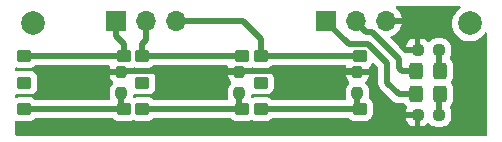
<source format=gbr>
%TF.GenerationSoftware,KiCad,Pcbnew,7.0.10-7.0.10~ubuntu20.04.1*%
%TF.CreationDate,2024-05-01T20:14:11+03:00*%
%TF.ProjectId,PatientMonitorButtons,50617469-656e-4744-9d6f-6e69746f7242,rev?*%
%TF.SameCoordinates,PX5f5e100PY69db9c0*%
%TF.FileFunction,Copper,L1,Top*%
%TF.FilePolarity,Positive*%
%FSLAX46Y46*%
G04 Gerber Fmt 4.6, Leading zero omitted, Abs format (unit mm)*
G04 Created by KiCad (PCBNEW 7.0.10-7.0.10~ubuntu20.04.1) date 2024-05-01 20:14:11*
%MOMM*%
%LPD*%
G01*
G04 APERTURE LIST*
G04 Aperture macros list*
%AMRoundRect*
0 Rectangle with rounded corners*
0 $1 Rounding radius*
0 $2 $3 $4 $5 $6 $7 $8 $9 X,Y pos of 4 corners*
0 Add a 4 corners polygon primitive as box body*
4,1,4,$2,$3,$4,$5,$6,$7,$8,$9,$2,$3,0*
0 Add four circle primitives for the rounded corners*
1,1,$1+$1,$2,$3*
1,1,$1+$1,$4,$5*
1,1,$1+$1,$6,$7*
1,1,$1+$1,$8,$9*
0 Add four rect primitives between the rounded corners*
20,1,$1+$1,$2,$3,$4,$5,0*
20,1,$1+$1,$4,$5,$6,$7,0*
20,1,$1+$1,$6,$7,$8,$9,0*
20,1,$1+$1,$8,$9,$2,$3,0*%
G04 Aperture macros list end*
%TA.AperFunction,SMDPad,CuDef*%
%ADD10RoundRect,0.150000X-0.450000X-0.350000X0.450000X-0.350000X0.450000X0.350000X-0.450000X0.350000X0*%
%TD*%
%TA.AperFunction,SMDPad,CuDef*%
%ADD11RoundRect,0.250000X-0.325000X-0.450000X0.325000X-0.450000X0.325000X0.450000X-0.325000X0.450000X0*%
%TD*%
%TA.AperFunction,SMDPad,CuDef*%
%ADD12RoundRect,0.237500X0.250000X0.237500X-0.250000X0.237500X-0.250000X-0.237500X0.250000X-0.237500X0*%
%TD*%
%TA.AperFunction,SMDPad,CuDef*%
%ADD13RoundRect,0.237500X0.237500X-0.250000X0.237500X0.250000X-0.237500X0.250000X-0.237500X-0.250000X0*%
%TD*%
%TA.AperFunction,ComponentPad*%
%ADD14R,1.700000X1.700000*%
%TD*%
%TA.AperFunction,ComponentPad*%
%ADD15O,1.700000X1.700000*%
%TD*%
%TA.AperFunction,ViaPad*%
%ADD16C,2.000000*%
%TD*%
%TA.AperFunction,Conductor*%
%ADD17C,0.500000*%
%TD*%
G04 APERTURE END LIST*
D10*
%TO.P,SW2,1,1*%
%TO.N,Net-(J2-Pin_2)*%
X10800000Y6750000D03*
X19200000Y6750000D03*
%TO.P,SW2,2,2*%
%TO.N,Net-(R4-Pad1)*%
X10800000Y2250000D03*
X19200000Y2250000D03*
%TO.P,SW2,SH*%
%TO.N,N/C*%
X10800000Y4500000D03*
%TD*%
D11*
%TO.P,D1,1,K*%
%TO.N,Net-(D1-K)*%
X33975000Y5500000D03*
%TO.P,D1,2,A*%
%TO.N,Net-(D1-A)*%
X36025000Y5500000D03*
%TD*%
D12*
%TO.P,R1,1*%
%TO.N,Net-(D1-A)*%
X35912500Y7250000D03*
%TO.P,R1,2*%
%TO.N,Net-(J1-Pin_3)*%
X34087500Y7250000D03*
%TD*%
D11*
%TO.P,D2,1,K*%
%TO.N,Net-(D2-K)*%
X33975000Y3500000D03*
%TO.P,D2,2,A*%
%TO.N,Net-(D2-A)*%
X36025000Y3500000D03*
%TD*%
D12*
%TO.P,R2,1*%
%TO.N,Net-(D2-A)*%
X35912500Y1750000D03*
%TO.P,R2,2*%
%TO.N,Net-(J1-Pin_3)*%
X34087500Y1750000D03*
%TD*%
D13*
%TO.P,R5,1*%
%TO.N,Net-(R5-Pad1)*%
X9000000Y3587500D03*
%TO.P,R5,2*%
%TO.N,Net-(J1-Pin_3)*%
X9000000Y5412500D03*
%TD*%
%TO.P,R3,1*%
%TO.N,Net-(R3-Pad1)*%
X29000000Y3587500D03*
%TO.P,R3,2*%
%TO.N,Net-(J1-Pin_3)*%
X29000000Y5412500D03*
%TD*%
%TO.P,R4,1*%
%TO.N,Net-(R4-Pad1)*%
X19000000Y3587500D03*
%TO.P,R4,2*%
%TO.N,Net-(J1-Pin_3)*%
X19000000Y5412500D03*
%TD*%
D10*
%TO.P,SW3,1,1*%
%TO.N,Net-(J2-Pin_1)*%
X800000Y6750000D03*
X9200000Y6750000D03*
%TO.P,SW3,2,2*%
%TO.N,Net-(R5-Pad1)*%
X800000Y2250000D03*
X9200000Y2250000D03*
%TO.P,SW3,SH*%
%TO.N,N/C*%
X800000Y4500000D03*
%TD*%
%TO.P,SW1,1,1*%
%TO.N,Net-(J2-Pin_3)*%
X20800000Y6750000D03*
X29200000Y6750000D03*
%TO.P,SW1,2,2*%
%TO.N,Net-(R3-Pad1)*%
X20800000Y2250000D03*
X29200000Y2250000D03*
%TO.P,SW1,SH*%
%TO.N,N/C*%
X20800000Y4500000D03*
%TD*%
D14*
%TO.P,J2,1,Pin_1*%
%TO.N,Net-(J2-Pin_1)*%
X8570000Y9730000D03*
D15*
%TO.P,J2,2,Pin_2*%
%TO.N,Net-(J2-Pin_2)*%
X11110000Y9730000D03*
%TO.P,J2,3,Pin_3*%
%TO.N,Net-(J2-Pin_3)*%
X13650000Y9730000D03*
%TD*%
D14*
%TO.P,J1,1,Pin_1*%
%TO.N,Net-(D2-K)*%
X26350000Y9730000D03*
D15*
%TO.P,J1,2,Pin_2*%
%TO.N,Net-(D1-K)*%
X28890000Y9730000D03*
%TO.P,J1,3,Pin_3*%
%TO.N,Net-(J1-Pin_3)*%
X31430000Y9730000D03*
%TD*%
D16*
%TO.N,*%
X1500000Y9500000D03*
X38500000Y9500000D03*
%TD*%
D17*
%TO.N,Net-(D2-A)*%
X35912500Y1750000D02*
X35912500Y3387500D01*
X35912500Y3387500D02*
X36025000Y3500000D01*
%TO.N,Net-(D1-A)*%
X35912500Y7250000D02*
X35912500Y5612500D01*
X35912500Y5612500D02*
X36025000Y5500000D01*
%TO.N,Net-(D2-K)*%
X26350000Y9730000D02*
X26350000Y9650000D01*
X26350000Y9650000D02*
X28250000Y7750000D01*
X28250000Y7750000D02*
X29875000Y7750000D01*
X29875000Y7750000D02*
X31500000Y6125000D01*
X31500000Y6125000D02*
X31500000Y4500000D01*
X31500000Y4500000D02*
X32500000Y3500000D01*
X32500000Y3500000D02*
X33975000Y3500000D01*
%TO.N,Net-(D1-K)*%
X28890000Y9730000D02*
X28890000Y9610000D01*
X28890000Y9610000D02*
X29750000Y8750000D01*
X29750000Y8750000D02*
X30250000Y8750000D01*
X30250000Y8750000D02*
X32500000Y6500000D01*
X32500000Y6500000D02*
X32500000Y5750000D01*
X32500000Y5750000D02*
X32750000Y5500000D01*
X32750000Y5500000D02*
X33975000Y5500000D01*
%TO.N,Net-(R3-Pad1)*%
X29000000Y3587500D02*
X29000000Y2450000D01*
X29000000Y2450000D02*
X29200000Y2250000D01*
X20800000Y2250000D02*
X29200000Y2250000D01*
%TO.N,Net-(J2-Pin_3)*%
X20800000Y6750000D02*
X20800000Y8200000D01*
X20800000Y8200000D02*
X19270000Y9730000D01*
X19270000Y9730000D02*
X13650000Y9730000D01*
%TO.N,Net-(J2-Pin_1)*%
X800000Y6750000D02*
X9200000Y6750000D01*
%TO.N,Net-(J2-Pin_3)*%
X20800000Y6750000D02*
X29200000Y6750000D01*
%TO.N,Net-(J2-Pin_2)*%
X10800000Y6750000D02*
X19200000Y6750000D01*
%TO.N,Net-(J1-Pin_3)*%
X9000000Y5412500D02*
X9087500Y5500000D01*
X9087500Y5500000D02*
X18912500Y5500000D01*
X18912500Y5500000D02*
X19000000Y5412500D01*
X19000000Y5412500D02*
X19087500Y5500000D01*
X19087500Y5500000D02*
X28912500Y5500000D01*
X28912500Y5500000D02*
X29000000Y5412500D01*
%TO.N,Net-(R4-Pad1)*%
X19200000Y2250000D02*
X10800000Y2250000D01*
X19000000Y3587500D02*
X19000000Y2450000D01*
X19000000Y2450000D02*
X19200000Y2250000D01*
%TO.N,Net-(R5-Pad1)*%
X9200000Y2250000D02*
X800000Y2250000D01*
X9000000Y3587500D02*
X9000000Y2450000D01*
X9000000Y2450000D02*
X9200000Y2250000D01*
%TO.N,Net-(J2-Pin_2)*%
X11110000Y9730000D02*
X11110000Y8110000D01*
X11110000Y8110000D02*
X10800000Y7800000D01*
X10800000Y7800000D02*
X10800000Y6750000D01*
%TO.N,Net-(J2-Pin_1)*%
X9200000Y6750000D02*
X9200000Y7800000D01*
X9200000Y7800000D02*
X8570000Y8430000D01*
X8570000Y8430000D02*
X8570000Y9730000D01*
%TD*%
%TA.AperFunction,Conductor*%
%TO.N,Net-(J1-Pin_3)*%
G36*
X37695546Y10979815D02*
G01*
X37741301Y10927011D01*
X37751245Y10857853D01*
X37722220Y10794297D01*
X37687526Y10766446D01*
X37684785Y10764963D01*
X37676493Y10760476D01*
X37480257Y10607739D01*
X37311833Y10424783D01*
X37175826Y10216607D01*
X37075936Y9988882D01*
X37014892Y9747825D01*
X37014890Y9747813D01*
X36994357Y9500006D01*
X36994357Y9499995D01*
X37014890Y9252188D01*
X37014892Y9252176D01*
X37075936Y9011119D01*
X37175826Y8783394D01*
X37311833Y8575218D01*
X37311836Y8575215D01*
X37480256Y8392262D01*
X37676491Y8239526D01*
X37740624Y8204819D01*
X37884313Y8127058D01*
X37895190Y8121172D01*
X38130386Y8040429D01*
X38375665Y7999500D01*
X38624335Y7999500D01*
X38869614Y8040429D01*
X39104810Y8121172D01*
X39323509Y8239526D01*
X39519744Y8392262D01*
X39688164Y8575215D01*
X39728965Y8637665D01*
X39771691Y8703063D01*
X39824837Y8748420D01*
X39894069Y8757844D01*
X39957404Y8728342D01*
X39994736Y8669282D01*
X39999500Y8635242D01*
X39999500Y124500D01*
X39979815Y57461D01*
X39927011Y11706D01*
X39875500Y500D01*
X124500Y500D01*
X57461Y20185D01*
X11706Y72989D01*
X500Y124500D01*
X500Y1158990D01*
X20185Y1226029D01*
X72989Y1271784D01*
X142147Y1281728D01*
X159095Y1278066D01*
X247426Y1252403D01*
X247429Y1252403D01*
X247431Y1252402D01*
X284306Y1249500D01*
X284314Y1249500D01*
X1315686Y1249500D01*
X1315694Y1249500D01*
X1352569Y1252402D01*
X1352571Y1252403D01*
X1352573Y1252403D01*
X1394191Y1264495D01*
X1510398Y1298256D01*
X1651865Y1381919D01*
X1651870Y1381924D01*
X1733128Y1463181D01*
X1794451Y1496666D01*
X1820809Y1499500D01*
X8179191Y1499500D01*
X8246230Y1479815D01*
X8266872Y1463181D01*
X8348129Y1381924D01*
X8348133Y1381921D01*
X8348135Y1381919D01*
X8489602Y1298256D01*
X8531224Y1286164D01*
X8647426Y1252403D01*
X8647429Y1252403D01*
X8647431Y1252402D01*
X8684306Y1249500D01*
X8684314Y1249500D01*
X9715686Y1249500D01*
X9715694Y1249500D01*
X9752569Y1252402D01*
X9752571Y1252403D01*
X9752573Y1252403D01*
X9794191Y1264495D01*
X9910398Y1298256D01*
X9920213Y1304061D01*
X9936878Y1313916D01*
X10004601Y1331100D01*
X10063122Y1313916D01*
X10089598Y1298258D01*
X10089599Y1298258D01*
X10089602Y1298256D01*
X10131224Y1286164D01*
X10247426Y1252403D01*
X10247429Y1252403D01*
X10247431Y1252402D01*
X10284306Y1249500D01*
X10284314Y1249500D01*
X11315686Y1249500D01*
X11315694Y1249500D01*
X11352569Y1252402D01*
X11352571Y1252403D01*
X11352573Y1252403D01*
X11394191Y1264495D01*
X11510398Y1298256D01*
X11651865Y1381919D01*
X11651870Y1381924D01*
X11733128Y1463181D01*
X11794451Y1496666D01*
X11820809Y1499500D01*
X18179191Y1499500D01*
X18246230Y1479815D01*
X18266872Y1463181D01*
X18348129Y1381924D01*
X18348133Y1381921D01*
X18348135Y1381919D01*
X18489602Y1298256D01*
X18531224Y1286164D01*
X18647426Y1252403D01*
X18647429Y1252403D01*
X18647431Y1252402D01*
X18684306Y1249500D01*
X18684314Y1249500D01*
X19715686Y1249500D01*
X19715694Y1249500D01*
X19752569Y1252402D01*
X19752571Y1252403D01*
X19752573Y1252403D01*
X19794191Y1264495D01*
X19910398Y1298256D01*
X19920213Y1304061D01*
X19936878Y1313916D01*
X20004601Y1331100D01*
X20063122Y1313916D01*
X20089598Y1298258D01*
X20089599Y1298258D01*
X20089602Y1298256D01*
X20131224Y1286164D01*
X20247426Y1252403D01*
X20247429Y1252403D01*
X20247431Y1252402D01*
X20284306Y1249500D01*
X20284314Y1249500D01*
X21315686Y1249500D01*
X21315694Y1249500D01*
X21352569Y1252402D01*
X21352571Y1252403D01*
X21352573Y1252403D01*
X21394191Y1264495D01*
X21510398Y1298256D01*
X21651865Y1381919D01*
X21651870Y1381924D01*
X21733128Y1463181D01*
X21794451Y1496666D01*
X21820809Y1499500D01*
X28179191Y1499500D01*
X28246230Y1479815D01*
X28266872Y1463181D01*
X28348129Y1381924D01*
X28348133Y1381921D01*
X28348135Y1381919D01*
X28489602Y1298256D01*
X28531224Y1286164D01*
X28647426Y1252403D01*
X28647429Y1252403D01*
X28647431Y1252402D01*
X28684306Y1249500D01*
X28684314Y1249500D01*
X29715686Y1249500D01*
X29715694Y1249500D01*
X29752569Y1252402D01*
X29752571Y1252403D01*
X29752573Y1252403D01*
X29794191Y1264495D01*
X29910398Y1298256D01*
X30051865Y1381919D01*
X30168081Y1498135D01*
X30169184Y1500000D01*
X33100001Y1500000D01*
X33100001Y1463346D01*
X33110319Y1362348D01*
X33164546Y1198700D01*
X33164551Y1198689D01*
X33255052Y1051966D01*
X33255055Y1051962D01*
X33376961Y930056D01*
X33376965Y930053D01*
X33523688Y839552D01*
X33523699Y839547D01*
X33687347Y785320D01*
X33788351Y775001D01*
X33837499Y775002D01*
X33837500Y775002D01*
X33837500Y1500000D01*
X33100001Y1500000D01*
X30169184Y1500000D01*
X30251744Y1639602D01*
X30297598Y1797431D01*
X30300500Y1834306D01*
X30300500Y2665694D01*
X30297598Y2702569D01*
X30289682Y2729815D01*
X30251745Y2860394D01*
X30251744Y2860397D01*
X30251744Y2860398D01*
X30168081Y3001865D01*
X30168079Y3001867D01*
X30168076Y3001871D01*
X30051870Y3118077D01*
X30051859Y3118086D01*
X30031750Y3129978D01*
X29984067Y3181047D01*
X29971514Y3249311D01*
X29975500Y3288323D01*
X29975499Y3886676D01*
X29965174Y3987753D01*
X29910908Y4151516D01*
X29820340Y4298350D01*
X29706017Y4412673D01*
X29672532Y4473996D01*
X29677516Y4543688D01*
X29706017Y4588036D01*
X29819948Y4701967D01*
X29910448Y4848689D01*
X29910453Y4848700D01*
X29964680Y5012348D01*
X29974999Y5113346D01*
X29975000Y5113359D01*
X29975000Y5162500D01*
X28025001Y5162500D01*
X28025001Y5113346D01*
X28035319Y5012348D01*
X28089546Y4848700D01*
X28089551Y4848689D01*
X28180052Y4701966D01*
X28180055Y4701962D01*
X28293982Y4588035D01*
X28327467Y4526712D01*
X28322483Y4457020D01*
X28293983Y4412673D01*
X28179659Y4298349D01*
X28089093Y4151519D01*
X28089092Y4151516D01*
X28034826Y3987753D01*
X28034826Y3987752D01*
X28034825Y3987752D01*
X28024500Y3886685D01*
X28024500Y3288331D01*
X28024501Y3288313D01*
X28034825Y3187248D01*
X28034827Y3187241D01*
X28042693Y3163503D01*
X28045094Y3093674D01*
X28009362Y3033633D01*
X27946841Y3002441D01*
X27924987Y3000500D01*
X21820809Y3000500D01*
X21753770Y3020185D01*
X21733128Y3036819D01*
X21651870Y3118077D01*
X21651862Y3118083D01*
X21534911Y3187247D01*
X21510398Y3201744D01*
X21510397Y3201745D01*
X21510396Y3201745D01*
X21510393Y3201746D01*
X21352573Y3247598D01*
X21352567Y3247599D01*
X21315701Y3250500D01*
X21315694Y3250500D01*
X20284306Y3250500D01*
X20284298Y3250500D01*
X20247432Y3247599D01*
X20134093Y3214671D01*
X20064224Y3214871D01*
X20005554Y3252814D01*
X19976711Y3316453D01*
X19975499Y3333736D01*
X19975499Y3416257D01*
X19995184Y3483293D01*
X20047988Y3529048D01*
X20117146Y3538992D01*
X20134087Y3535332D01*
X20247431Y3502402D01*
X20284306Y3499500D01*
X20284314Y3499500D01*
X21315686Y3499500D01*
X21315694Y3499500D01*
X21352569Y3502402D01*
X21352571Y3502403D01*
X21352573Y3502403D01*
X21394191Y3514495D01*
X21510398Y3548256D01*
X21651865Y3631919D01*
X21768081Y3748135D01*
X21851744Y3889602D01*
X21897598Y4047431D01*
X21900500Y4084306D01*
X21900500Y4915694D01*
X21897598Y4952569D01*
X21880230Y5012348D01*
X21851745Y5110394D01*
X21851744Y5110397D01*
X21851744Y5110398D01*
X21768081Y5251865D01*
X21768079Y5251867D01*
X21768076Y5251871D01*
X21651870Y5368077D01*
X21651862Y5368083D01*
X21510396Y5451745D01*
X21510393Y5451746D01*
X21352573Y5497598D01*
X21352567Y5497599D01*
X21315701Y5500500D01*
X21315694Y5500500D01*
X20284306Y5500500D01*
X20284298Y5500500D01*
X20247432Y5497599D01*
X20247426Y5497598D01*
X20133594Y5464526D01*
X20063724Y5464725D01*
X20005054Y5502667D01*
X19976211Y5566306D01*
X19974999Y5583602D01*
X19974999Y5666399D01*
X19994684Y5733438D01*
X20047488Y5779193D01*
X20116646Y5789137D01*
X20133591Y5785476D01*
X20247431Y5752402D01*
X20284306Y5749500D01*
X20284314Y5749500D01*
X21315686Y5749500D01*
X21315694Y5749500D01*
X21352569Y5752402D01*
X21352571Y5752403D01*
X21352573Y5752403D01*
X21394191Y5764495D01*
X21510398Y5798256D01*
X21651865Y5881919D01*
X21651872Y5881926D01*
X21733128Y5963181D01*
X21794451Y5996666D01*
X21820809Y5999500D01*
X27925514Y5999500D01*
X27992553Y5979815D01*
X28038308Y5927011D01*
X28048252Y5857853D01*
X28043220Y5836497D01*
X28035319Y5812654D01*
X28025000Y5711655D01*
X28025000Y5662500D01*
X29974999Y5662500D01*
X29974999Y5711640D01*
X29974998Y5711655D01*
X29971039Y5750410D01*
X29983808Y5819103D01*
X30031275Y5869743D01*
X30051865Y5881919D01*
X30168081Y5998135D01*
X30234394Y6110266D01*
X30285463Y6157948D01*
X30354204Y6170452D01*
X30418794Y6143807D01*
X30428807Y6134825D01*
X30713181Y5850451D01*
X30746666Y5789128D01*
X30749500Y5762770D01*
X30749500Y4563706D01*
X30748191Y4545737D01*
X30744710Y4521975D01*
X30749028Y4472632D01*
X30749500Y4461824D01*
X30749500Y4456289D01*
X30753098Y4425505D01*
X30753464Y4421917D01*
X30760000Y4347209D01*
X30761461Y4340133D01*
X30761403Y4340122D01*
X30763034Y4332763D01*
X30763092Y4332776D01*
X30764757Y4325751D01*
X30764758Y4325746D01*
X30764759Y4325745D01*
X30787712Y4262679D01*
X30790400Y4255295D01*
X30791582Y4251893D01*
X30815182Y4180674D01*
X30818236Y4174126D01*
X30818182Y4174102D01*
X30821470Y4167312D01*
X30821521Y4167337D01*
X30824761Y4160886D01*
X30865979Y4098216D01*
X30867889Y4095218D01*
X30874625Y4084299D01*
X30907289Y4031342D01*
X30911766Y4025681D01*
X30911719Y4025645D01*
X30916483Y4019798D01*
X30916529Y4019836D01*
X30921164Y4014313D01*
X30921170Y4014304D01*
X30949313Y3987753D01*
X30975710Y3962849D01*
X30978298Y3960335D01*
X31924269Y3014363D01*
X31936049Y3000732D01*
X31950389Y2981470D01*
X31950392Y2981468D01*
X31988336Y2949629D01*
X31996312Y2942320D01*
X32000218Y2938414D01*
X32024543Y2919180D01*
X32027304Y2916931D01*
X32064302Y2885886D01*
X32084789Y2868695D01*
X32090818Y2864730D01*
X32090785Y2864681D01*
X32097143Y2860631D01*
X32097175Y2860681D01*
X32103317Y2856893D01*
X32103319Y2856892D01*
X32103323Y2856889D01*
X32171315Y2825184D01*
X32174560Y2823612D01*
X32241565Y2789961D01*
X32241567Y2789960D01*
X32241569Y2789960D01*
X32248361Y2787487D01*
X32248340Y2787430D01*
X32255455Y2784957D01*
X32255475Y2785014D01*
X32262323Y2782746D01*
X32262328Y2782743D01*
X32335852Y2767563D01*
X32339286Y2766801D01*
X32384563Y2756069D01*
X32412274Y2749501D01*
X32412275Y2749501D01*
X32412279Y2749500D01*
X32412283Y2749500D01*
X32419452Y2748662D01*
X32419444Y2748603D01*
X32426945Y2747836D01*
X32426951Y2747895D01*
X32434140Y2747266D01*
X32434144Y2747267D01*
X32434145Y2747266D01*
X32509131Y2749448D01*
X32512738Y2749500D01*
X32884362Y2749500D01*
X32951401Y2729815D01*
X32989899Y2690599D01*
X33057287Y2581346D01*
X33057289Y2581343D01*
X33161133Y2477499D01*
X33194618Y2416176D01*
X33189634Y2346484D01*
X33178992Y2324723D01*
X33164550Y2301308D01*
X33164546Y2301301D01*
X33110319Y2137653D01*
X33100000Y2036655D01*
X33100000Y2000000D01*
X34213500Y2000000D01*
X34280539Y1980315D01*
X34326294Y1927511D01*
X34337500Y1876000D01*
X34337500Y775001D01*
X34386640Y775001D01*
X34386654Y775002D01*
X34487652Y785320D01*
X34651300Y839547D01*
X34651311Y839552D01*
X34798033Y930052D01*
X34911964Y1043983D01*
X34973287Y1077468D01*
X35042979Y1072484D01*
X35087327Y1043983D01*
X35201650Y929660D01*
X35348484Y839092D01*
X35512247Y784826D01*
X35613323Y774500D01*
X36211676Y774501D01*
X36211684Y774502D01*
X36211687Y774502D01*
X36267030Y780156D01*
X36312753Y784826D01*
X36476516Y839092D01*
X36623350Y929660D01*
X36745340Y1051650D01*
X36835908Y1198484D01*
X36890174Y1362247D01*
X36900500Y1463323D01*
X36900499Y2036676D01*
X36890174Y2137753D01*
X36835908Y2301516D01*
X36821371Y2325085D01*
X36802931Y2392478D01*
X36823854Y2459141D01*
X36839219Y2477852D01*
X36942712Y2581344D01*
X37034814Y2730666D01*
X37089999Y2897203D01*
X37100500Y2999991D01*
X37100499Y4000008D01*
X37098477Y4019798D01*
X37089999Y4102797D01*
X37089998Y4102800D01*
X37068621Y4167312D01*
X37034814Y4269334D01*
X36942712Y4418656D01*
X36942707Y4418661D01*
X36939209Y4423085D01*
X36913066Y4487879D01*
X36926103Y4556522D01*
X36939209Y4576915D01*
X36942703Y4581336D01*
X36942712Y4581344D01*
X37034814Y4730666D01*
X37089999Y4897203D01*
X37100500Y4999991D01*
X37100499Y6000008D01*
X37089999Y6102797D01*
X37034814Y6269334D01*
X36942712Y6418656D01*
X36839229Y6522139D01*
X36805744Y6583462D01*
X36810728Y6653154D01*
X36821372Y6674917D01*
X36835903Y6698476D01*
X36835902Y6698476D01*
X36835908Y6698484D01*
X36890174Y6862247D01*
X36900500Y6963323D01*
X36900499Y7536676D01*
X36900484Y7536819D01*
X36890174Y7637753D01*
X36886529Y7648754D01*
X36835908Y7801516D01*
X36745340Y7948350D01*
X36623350Y8070340D01*
X36522313Y8132660D01*
X36476518Y8160907D01*
X36476513Y8160909D01*
X36475069Y8161388D01*
X36312753Y8215174D01*
X36312751Y8215175D01*
X36211678Y8225500D01*
X35613330Y8225500D01*
X35613312Y8225499D01*
X35512247Y8215175D01*
X35348484Y8160908D01*
X35348481Y8160907D01*
X35201651Y8070341D01*
X35087327Y7956017D01*
X35026004Y7922533D01*
X34956312Y7927517D01*
X34911965Y7956018D01*
X34798038Y8069945D01*
X34798034Y8069948D01*
X34651311Y8160449D01*
X34651300Y8160454D01*
X34487652Y8214681D01*
X34386654Y8225000D01*
X34337500Y8225000D01*
X34337500Y7124000D01*
X34317815Y7056961D01*
X34265011Y7011206D01*
X34213500Y7000000D01*
X33112931Y7000000D01*
X33045892Y7019685D01*
X33027842Y7033801D01*
X33024277Y7037164D01*
X33021685Y7039682D01*
X32561367Y7500000D01*
X33100000Y7500000D01*
X33837500Y7500000D01*
X33837500Y8225000D01*
X33837499Y8225001D01*
X33788361Y8225000D01*
X33788343Y8224999D01*
X33687347Y8214681D01*
X33523699Y8160454D01*
X33523688Y8160449D01*
X33376965Y8069948D01*
X33376961Y8069945D01*
X33255055Y7948039D01*
X33255052Y7948035D01*
X33164551Y7801312D01*
X33164546Y7801301D01*
X33110319Y7637653D01*
X33100000Y7536655D01*
X33100000Y7500000D01*
X32561367Y7500000D01*
X31817675Y8243693D01*
X31784190Y8305016D01*
X31789174Y8374708D01*
X31831046Y8430641D01*
X31873264Y8451149D01*
X31893481Y8456566D01*
X31893492Y8456571D01*
X32107578Y8556400D01*
X32301082Y8691895D01*
X32468105Y8858918D01*
X32603600Y9052422D01*
X32703429Y9266508D01*
X32703432Y9266514D01*
X32760636Y9480000D01*
X31863686Y9480000D01*
X31889493Y9520156D01*
X31930000Y9658111D01*
X31930000Y9801889D01*
X31889493Y9939844D01*
X31863686Y9980000D01*
X32760636Y9980000D01*
X32760635Y9980001D01*
X32703432Y10193487D01*
X32703429Y10193493D01*
X32603600Y10407578D01*
X32603599Y10407580D01*
X32468113Y10601074D01*
X32468108Y10601080D01*
X32301080Y10768108D01*
X32292771Y10773926D01*
X32249147Y10828504D01*
X32241955Y10898003D01*
X32273479Y10960357D01*
X32333709Y10995769D01*
X32363896Y10999500D01*
X37628507Y10999500D01*
X37695546Y10979815D01*
G37*
%TD.AperFunction*%
%TA.AperFunction,Conductor*%
G36*
X7992553Y5979815D02*
G01*
X8038308Y5927011D01*
X8048252Y5857853D01*
X8043220Y5836497D01*
X8035319Y5812654D01*
X8025000Y5711655D01*
X8025000Y5662500D01*
X9126000Y5662500D01*
X9193039Y5642815D01*
X9238794Y5590011D01*
X9250000Y5538500D01*
X9250000Y5286500D01*
X9230315Y5219461D01*
X9177511Y5173706D01*
X9126000Y5162500D01*
X8025001Y5162500D01*
X8025001Y5113346D01*
X8035319Y5012348D01*
X8089546Y4848700D01*
X8089551Y4848689D01*
X8180052Y4701966D01*
X8180055Y4701962D01*
X8293982Y4588035D01*
X8327467Y4526712D01*
X8322483Y4457020D01*
X8293983Y4412673D01*
X8179659Y4298349D01*
X8089093Y4151519D01*
X8089092Y4151516D01*
X8034826Y3987753D01*
X8034826Y3987752D01*
X8034825Y3987752D01*
X8024500Y3886685D01*
X8024500Y3288331D01*
X8024501Y3288313D01*
X8034825Y3187248D01*
X8034827Y3187241D01*
X8042693Y3163503D01*
X8045094Y3093674D01*
X8009362Y3033633D01*
X7946841Y3002441D01*
X7924987Y3000500D01*
X1820809Y3000500D01*
X1753770Y3020185D01*
X1733128Y3036819D01*
X1651870Y3118077D01*
X1651862Y3118083D01*
X1534911Y3187247D01*
X1510398Y3201744D01*
X1510397Y3201745D01*
X1510396Y3201745D01*
X1510393Y3201746D01*
X1352573Y3247598D01*
X1352567Y3247599D01*
X1315701Y3250500D01*
X1315694Y3250500D01*
X284306Y3250500D01*
X284298Y3250500D01*
X247432Y3247599D01*
X159094Y3221934D01*
X89225Y3222134D01*
X30555Y3260077D01*
X1712Y3323715D01*
X500Y3341011D01*
X500Y3408990D01*
X20185Y3476029D01*
X72989Y3521784D01*
X142147Y3531728D01*
X159095Y3528066D01*
X247426Y3502403D01*
X247429Y3502403D01*
X247431Y3502402D01*
X284306Y3499500D01*
X284314Y3499500D01*
X1315686Y3499500D01*
X1315694Y3499500D01*
X1352569Y3502402D01*
X1352571Y3502403D01*
X1352573Y3502403D01*
X1394191Y3514495D01*
X1510398Y3548256D01*
X1651865Y3631919D01*
X1768081Y3748135D01*
X1851744Y3889602D01*
X1897598Y4047431D01*
X1900500Y4084306D01*
X1900500Y4915694D01*
X1897598Y4952569D01*
X1880230Y5012348D01*
X1851745Y5110394D01*
X1851744Y5110397D01*
X1851744Y5110398D01*
X1768081Y5251865D01*
X1768079Y5251867D01*
X1768076Y5251871D01*
X1651870Y5368077D01*
X1651862Y5368083D01*
X1510396Y5451745D01*
X1510393Y5451746D01*
X1352573Y5497598D01*
X1352567Y5497599D01*
X1315701Y5500500D01*
X1315694Y5500500D01*
X284306Y5500500D01*
X284298Y5500500D01*
X247432Y5497599D01*
X159094Y5471934D01*
X89225Y5472134D01*
X30555Y5510077D01*
X1712Y5573715D01*
X500Y5591011D01*
X500Y5658990D01*
X20185Y5726029D01*
X72989Y5771784D01*
X142147Y5781728D01*
X159095Y5778066D01*
X247426Y5752403D01*
X247429Y5752403D01*
X247431Y5752402D01*
X284306Y5749500D01*
X284314Y5749500D01*
X1315686Y5749500D01*
X1315694Y5749500D01*
X1352569Y5752402D01*
X1352571Y5752403D01*
X1352573Y5752403D01*
X1394191Y5764495D01*
X1510398Y5798256D01*
X1651865Y5881919D01*
X1651872Y5881926D01*
X1733128Y5963181D01*
X1794451Y5996666D01*
X1820809Y5999500D01*
X7925514Y5999500D01*
X7992553Y5979815D01*
G37*
%TD.AperFunction*%
%TA.AperFunction,Conductor*%
G36*
X17992553Y5979815D02*
G01*
X18038308Y5927011D01*
X18048252Y5857853D01*
X18043220Y5836497D01*
X18035319Y5812654D01*
X18025000Y5711655D01*
X18025000Y5662500D01*
X19126000Y5662500D01*
X19193039Y5642815D01*
X19238794Y5590011D01*
X19250000Y5538500D01*
X19250000Y5286500D01*
X19230315Y5219461D01*
X19177511Y5173706D01*
X19126000Y5162500D01*
X18025001Y5162500D01*
X18025001Y5113346D01*
X18035319Y5012348D01*
X18089546Y4848700D01*
X18089551Y4848689D01*
X18180052Y4701966D01*
X18180055Y4701962D01*
X18293982Y4588035D01*
X18327467Y4526712D01*
X18322483Y4457020D01*
X18293983Y4412673D01*
X18179659Y4298349D01*
X18089093Y4151519D01*
X18089092Y4151516D01*
X18034826Y3987753D01*
X18034826Y3987752D01*
X18034825Y3987752D01*
X18024500Y3886685D01*
X18024500Y3288331D01*
X18024501Y3288313D01*
X18034825Y3187248D01*
X18034827Y3187241D01*
X18042693Y3163503D01*
X18045094Y3093674D01*
X18009362Y3033633D01*
X17946841Y3002441D01*
X17924987Y3000500D01*
X11820809Y3000500D01*
X11753770Y3020185D01*
X11733128Y3036819D01*
X11651870Y3118077D01*
X11651862Y3118083D01*
X11534911Y3187247D01*
X11510398Y3201744D01*
X11510397Y3201745D01*
X11510396Y3201745D01*
X11510393Y3201746D01*
X11352573Y3247598D01*
X11352567Y3247599D01*
X11315701Y3250500D01*
X11315694Y3250500D01*
X10284306Y3250500D01*
X10284298Y3250500D01*
X10247432Y3247599D01*
X10134093Y3214671D01*
X10064224Y3214871D01*
X10005554Y3252814D01*
X9976711Y3316453D01*
X9975499Y3333736D01*
X9975499Y3416257D01*
X9995184Y3483293D01*
X10047988Y3529048D01*
X10117146Y3538992D01*
X10134087Y3535332D01*
X10247431Y3502402D01*
X10284306Y3499500D01*
X10284314Y3499500D01*
X11315686Y3499500D01*
X11315694Y3499500D01*
X11352569Y3502402D01*
X11352571Y3502403D01*
X11352573Y3502403D01*
X11394191Y3514495D01*
X11510398Y3548256D01*
X11651865Y3631919D01*
X11768081Y3748135D01*
X11851744Y3889602D01*
X11897598Y4047431D01*
X11900500Y4084306D01*
X11900500Y4915694D01*
X11897598Y4952569D01*
X11880230Y5012348D01*
X11851745Y5110394D01*
X11851744Y5110397D01*
X11851744Y5110398D01*
X11768081Y5251865D01*
X11768079Y5251867D01*
X11768076Y5251871D01*
X11651870Y5368077D01*
X11651862Y5368083D01*
X11510396Y5451745D01*
X11510393Y5451746D01*
X11352573Y5497598D01*
X11352567Y5497599D01*
X11315701Y5500500D01*
X11315694Y5500500D01*
X10284306Y5500500D01*
X10284298Y5500500D01*
X10247432Y5497599D01*
X10247426Y5497598D01*
X10133594Y5464526D01*
X10063724Y5464725D01*
X10005054Y5502667D01*
X9976211Y5566306D01*
X9974999Y5583602D01*
X9974999Y5666399D01*
X9994684Y5733438D01*
X10047488Y5779193D01*
X10116646Y5789137D01*
X10133591Y5785476D01*
X10247431Y5752402D01*
X10284306Y5749500D01*
X10284314Y5749500D01*
X11315686Y5749500D01*
X11315694Y5749500D01*
X11352569Y5752402D01*
X11352571Y5752403D01*
X11352573Y5752403D01*
X11394191Y5764495D01*
X11510398Y5798256D01*
X11651865Y5881919D01*
X11651872Y5881926D01*
X11733128Y5963181D01*
X11794451Y5996666D01*
X11820809Y5999500D01*
X17925514Y5999500D01*
X17992553Y5979815D01*
G37*
%TD.AperFunction*%
%TD*%
M02*

</source>
